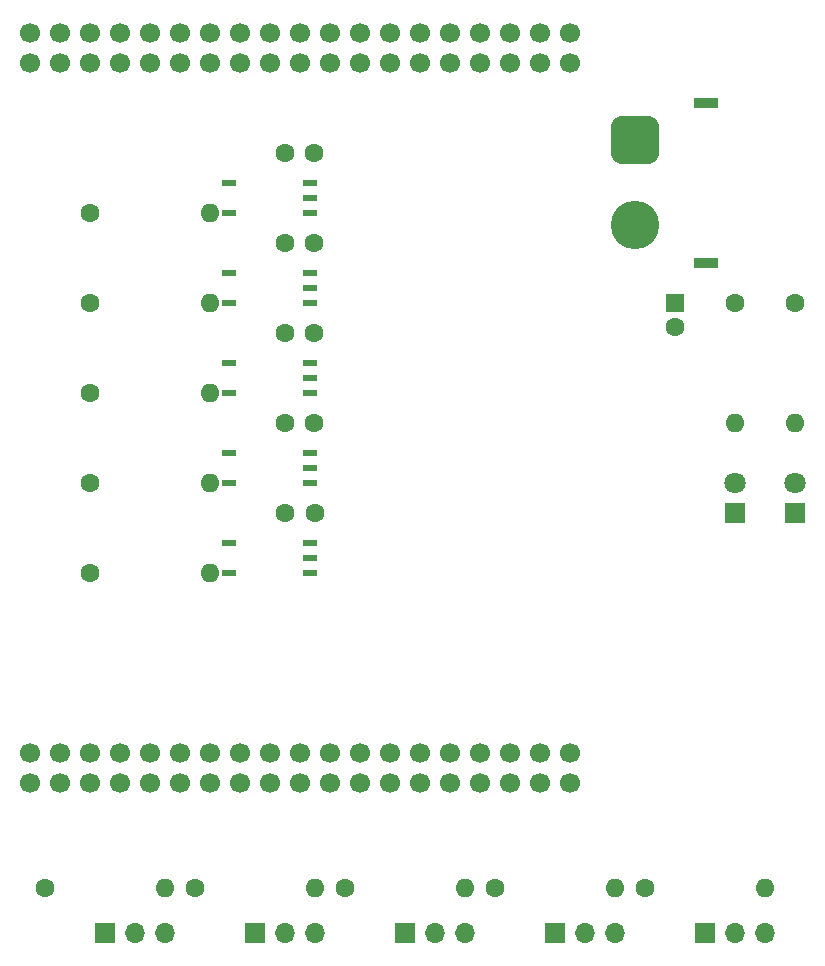
<source format=gbr>
%TF.GenerationSoftware,KiCad,Pcbnew,8.0.1*%
%TF.CreationDate,2024-10-19T15:00:55+09:00*%
%TF.ProjectId,kadai1,6b616461-6931-42e6-9b69-6361645f7063,rev?*%
%TF.SameCoordinates,PX4509570PY2f3c490*%
%TF.FileFunction,Soldermask,Bot*%
%TF.FilePolarity,Negative*%
%FSLAX46Y46*%
G04 Gerber Fmt 4.6, Leading zero omitted, Abs format (unit mm)*
G04 Created by KiCad (PCBNEW 8.0.1) date 2024-10-19 15:00:55*
%MOMM*%
%LPD*%
G01*
G04 APERTURE LIST*
G04 Aperture macros list*
%AMRoundRect*
0 Rectangle with rounded corners*
0 $1 Rounding radius*
0 $2 $3 $4 $5 $6 $7 $8 $9 X,Y pos of 4 corners*
0 Add a 4 corners polygon primitive as box body*
4,1,4,$2,$3,$4,$5,$6,$7,$8,$9,$2,$3,0*
0 Add four circle primitives for the rounded corners*
1,1,$1+$1,$2,$3*
1,1,$1+$1,$4,$5*
1,1,$1+$1,$6,$7*
1,1,$1+$1,$8,$9*
0 Add four rect primitives between the rounded corners*
20,1,$1+$1,$2,$3,$4,$5,0*
20,1,$1+$1,$4,$5,$6,$7,0*
20,1,$1+$1,$6,$7,$8,$9,0*
20,1,$1+$1,$8,$9,$2,$3,0*%
G04 Aperture macros list end*
%ADD10C,1.600000*%
%ADD11O,1.600000X1.600000*%
%ADD12R,1.700000X1.700000*%
%ADD13O,1.700000X1.700000*%
%ADD14R,1.800000X1.800000*%
%ADD15C,1.800000*%
%ADD16C,1.700000*%
%ADD17R,1.600000X1.600000*%
%ADD18R,2.000000X0.900000*%
%ADD19RoundRect,1.025000X-1.025000X1.025000X-1.025000X-1.025000X1.025000X-1.025000X1.025000X1.025000X0*%
%ADD20C,4.100000*%
%ADD21R,1.208024X0.466344*%
G04 APERTURE END LIST*
D10*
%TO.C,R2*%
X63500000Y-26670000D03*
D11*
X63500000Y-36830000D03*
%TD*%
D12*
%TO.C,J3*%
X48275000Y-80010000D03*
D13*
X50815000Y-80010000D03*
X53355000Y-80010000D03*
%TD*%
D10*
%TO.C,R10*%
X17780000Y-76200000D03*
D11*
X27940000Y-76200000D03*
%TD*%
D10*
%TO.C,R9*%
X8890000Y-41910000D03*
D11*
X19050000Y-41910000D03*
%TD*%
D10*
%TO.C,C6*%
X25400000Y-13970000D03*
X27900000Y-13970000D03*
%TD*%
D12*
%TO.C,J5*%
X22875000Y-80010000D03*
D13*
X25415000Y-80010000D03*
X27955000Y-80010000D03*
%TD*%
D10*
%TO.C,R8*%
X55880000Y-76200000D03*
D11*
X66040000Y-76200000D03*
%TD*%
D10*
%TO.C,R4*%
X8890000Y-26670000D03*
D11*
X19050000Y-26670000D03*
%TD*%
D10*
%TO.C,C5*%
X25400000Y-21590000D03*
X27900000Y-21590000D03*
%TD*%
D14*
%TO.C,D2*%
X63500000Y-44450000D03*
D15*
X63500000Y-41910000D03*
%TD*%
D10*
%TO.C,R11*%
X8890000Y-49530000D03*
D11*
X19050000Y-49530000D03*
%TD*%
D10*
%TO.C,C4*%
X25400000Y-29210000D03*
X27900000Y-29210000D03*
%TD*%
D12*
%TO.C,J6*%
X10160000Y-80010000D03*
D13*
X12700000Y-80010000D03*
X15240000Y-80010000D03*
%TD*%
D14*
%TO.C,D1*%
X68580000Y-44450000D03*
D15*
X68580000Y-41910000D03*
%TD*%
D10*
%TO.C,R6*%
X8890000Y-34290000D03*
D11*
X19050000Y-34290000D03*
%TD*%
D10*
%TO.C,R1*%
X68580000Y-26670000D03*
D11*
X68580000Y-36830000D03*
%TD*%
D16*
%TO.C,U6*%
X19050000Y-64770000D03*
X11430000Y-67310000D03*
X16510000Y-64770000D03*
X11430000Y-6350000D03*
X8890000Y-67310000D03*
X44450000Y-67310000D03*
X31750000Y-64770000D03*
X11430000Y-3810000D03*
X8890000Y-64770000D03*
X24130000Y-64770000D03*
X21590000Y-64770000D03*
X36830000Y-64770000D03*
X39370000Y-64770000D03*
X46990000Y-6350000D03*
X49530000Y-6350000D03*
X41910000Y-64770000D03*
X16510000Y-6350000D03*
X19050000Y-6350000D03*
X21590000Y-6350000D03*
X31750000Y-6350000D03*
X29210000Y-6350000D03*
X44450000Y-6350000D03*
X19050000Y-3810000D03*
X16510000Y-3810000D03*
X19050000Y-67310000D03*
X21590000Y-67310000D03*
X24130000Y-67310000D03*
X6350000Y-64770000D03*
X39370000Y-67310000D03*
X41910000Y-67310000D03*
X44450000Y-64770000D03*
X31750000Y-3810000D03*
X29210000Y-3810000D03*
X41910000Y-6350000D03*
X36830000Y-6350000D03*
X39370000Y-6350000D03*
X24130000Y-6350000D03*
X29210000Y-67310000D03*
X6350000Y-6350000D03*
X8890000Y-6350000D03*
X34290000Y-6350000D03*
X21590000Y-3810000D03*
X39370000Y-3810000D03*
X36830000Y-3810000D03*
X34290000Y-3810000D03*
X49530000Y-64770000D03*
X46990000Y-64770000D03*
X46990000Y-67310000D03*
X49530000Y-67310000D03*
X44450000Y-3810000D03*
X8890000Y-3810000D03*
X6350000Y-3810000D03*
X26670000Y-6350000D03*
X3810000Y-3810000D03*
X3810000Y-6350000D03*
X3810000Y-67310000D03*
X3810000Y-64770000D03*
X6350000Y-67310000D03*
X31750000Y-67310000D03*
X34290000Y-67310000D03*
X36830000Y-67310000D03*
X26670000Y-67310000D03*
X11430000Y-64770000D03*
X26670000Y-64770000D03*
X29210000Y-64770000D03*
X13970000Y-6350000D03*
X26670000Y-3810000D03*
X41910000Y-3810000D03*
X16510000Y-67310000D03*
X13970000Y-64770000D03*
X13970000Y-67310000D03*
X34290000Y-64770000D03*
X13970000Y-3810000D03*
X24130000Y-3810000D03*
X46990000Y-3810000D03*
X49530000Y-3810000D03*
%TD*%
D10*
%TO.C,C2*%
X25440000Y-44450000D03*
X27940000Y-44450000D03*
%TD*%
%TO.C,C3*%
X25400000Y-36830000D03*
X27900000Y-36830000D03*
%TD*%
D17*
%TO.C,C1*%
X58420000Y-26670000D03*
D10*
X58420000Y-28670000D03*
%TD*%
D12*
%TO.C,J2*%
X60960000Y-80010000D03*
D13*
X63500000Y-80010000D03*
X66040000Y-80010000D03*
%TD*%
D12*
%TO.C,J4*%
X35560000Y-80010000D03*
D13*
X38100000Y-80010000D03*
X40640000Y-80010000D03*
%TD*%
D10*
%TO.C,R5*%
X43180000Y-76200000D03*
D11*
X53340000Y-76200000D03*
%TD*%
D18*
%TO.C,J1*%
X61080000Y-9760000D03*
X61080000Y-23260000D03*
D19*
X55080000Y-12910000D03*
D20*
X55080000Y-20110000D03*
%TD*%
D10*
%TO.C,R12*%
X5080000Y-76200000D03*
D11*
X15240000Y-76200000D03*
%TD*%
D10*
%TO.C,R7*%
X30480000Y-76200000D03*
D11*
X40640000Y-76200000D03*
%TD*%
D10*
%TO.C,R3*%
X8890000Y-19050000D03*
D11*
X19050000Y-19050000D03*
%TD*%
D21*
%TO.C,U3*%
X20688300Y-34290000D03*
X20688300Y-31750000D03*
X27571700Y-31750000D03*
X27571700Y-33020000D03*
X27571700Y-34290000D03*
%TD*%
%TO.C,U2*%
X20688300Y-26670000D03*
X20688300Y-24130000D03*
X27571700Y-24130000D03*
X27571700Y-25400000D03*
X27571700Y-26670000D03*
%TD*%
%TO.C,U4*%
X20688300Y-41910000D03*
X20688300Y-39370000D03*
X27571700Y-39370000D03*
X27571700Y-40640000D03*
X27571700Y-41910000D03*
%TD*%
%TO.C,U1*%
X20688300Y-19050000D03*
X20688300Y-16510000D03*
X27571700Y-16510000D03*
X27571700Y-17780000D03*
X27571700Y-19050000D03*
%TD*%
%TO.C,U5*%
X20688300Y-49530000D03*
X20688300Y-46990000D03*
X27571700Y-46990000D03*
X27571700Y-48260000D03*
X27571700Y-49530000D03*
%TD*%
M02*

</source>
